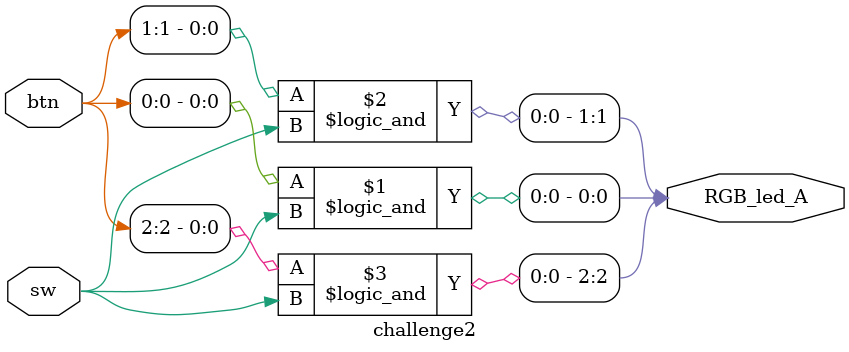
<source format=v>
`timescale 1ns / 1ps


module challenge2(
    input sw,
    input [2:0] btn,
    output [2:0] RGB_led_A
    );
   
   assign  RGB_led_A[0] = btn [0] && sw;
   assign  RGB_led_A[1] = btn [1] && sw;
   assign  RGB_led_A[2] = btn [2] && sw;
   
   
endmodule

</source>
